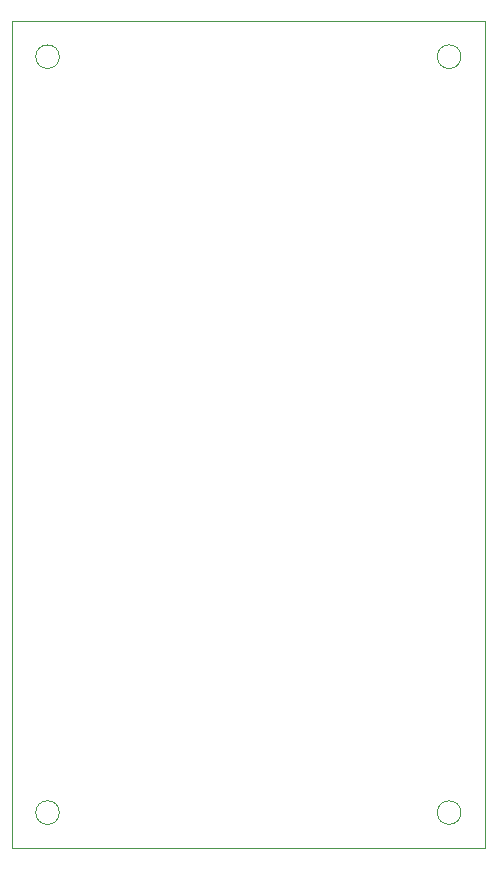
<source format=gbr>
%TF.GenerationSoftware,KiCad,Pcbnew,9.0.0-rc1*%
%TF.CreationDate,2025-10-12T14:16:47+03:00*%
%TF.ProjectId,uvp,7576702e-6b69-4636-9164-5f7063625858,rev?*%
%TF.SameCoordinates,Original*%
%TF.FileFunction,Profile,NP*%
%FSLAX46Y46*%
G04 Gerber Fmt 4.6, Leading zero omitted, Abs format (unit mm)*
G04 Created by KiCad (PCBNEW 9.0.0-rc1) date 2025-10-12 14:16:47*
%MOMM*%
%LPD*%
G01*
G04 APERTURE LIST*
%TA.AperFunction,Profile*%
%ADD10C,0.050000*%
%TD*%
G04 APERTURE END LIST*
D10*
X34000000Y-33000000D02*
G75*
G02*
X32000000Y-33000000I-1000000J0D01*
G01*
X32000000Y-33000000D02*
G75*
G02*
X34000000Y-33000000I1000000J0D01*
G01*
X68000000Y-33000000D02*
G75*
G02*
X66000000Y-33000000I-1000000J0D01*
G01*
X66000000Y-33000000D02*
G75*
G02*
X68000000Y-33000000I1000000J0D01*
G01*
X68000000Y-97000000D02*
G75*
G02*
X66000000Y-97000000I-1000000J0D01*
G01*
X66000000Y-97000000D02*
G75*
G02*
X68000000Y-97000000I1000000J0D01*
G01*
X34000000Y-97000000D02*
G75*
G02*
X32000000Y-97000000I-1000000J0D01*
G01*
X32000000Y-97000000D02*
G75*
G02*
X34000000Y-97000000I1000000J0D01*
G01*
X30000000Y-30000000D02*
X70000000Y-30000000D01*
X70000000Y-100000000D01*
X30000000Y-100000000D01*
X30000000Y-30000000D01*
M02*

</source>
